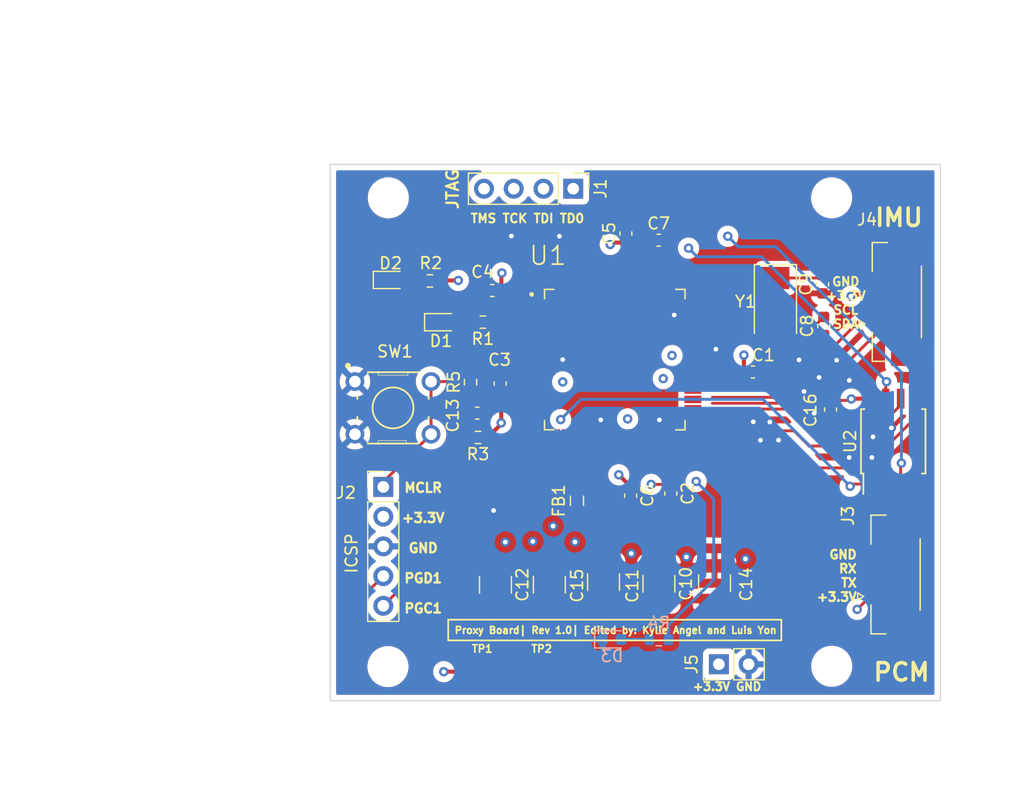
<source format=kicad_pcb>
(kicad_pcb (version 20211014) (generator pcbnew)
  (layers (0 "F.Cu" signal) (1 "In1.Cu" signal) (2 "In2.Cu" signal) (31 "B.Cu" signal) (34 "B.Paste" user) (35 "F.Paste" user) (36 "B.SilkS" user "B.Silkscreen") (37 "F.SilkS" user "F.Silkscreen") (38 "B.Mask" user) (39 "F.Mask" user) (44 "Edge.Cuts" user))
  (net 0 "")
  (net 1 "+3V3")
  (net 2 "GND")
  (net 3 "/PIC24/OSC1")
  (net 4 "/PIC24/OSC2")
  (net 5 "Net-(C7-Pad1)")
  (net 6 "Net-(D1-Pad2)")
  (net 7 "Net-(D2-Pad2)")
  (net 8 "+3.3VA")
  (net 9 "/PIC24/TCK")
  (net 10 "/PIC24/TDI")
  (net 11 "/PIC24/TMS")
  (net 12 "/PIC24/MCLR")
  (net 13 "/PIC24/RC1")
  (net 14 "MEM_CS")
  (net 15 "MEM_SDO")
  (net 16 "MEM_SDI")
  (net 17 "MEM_SCK")
  (net 34 "/PIC24/PGD1")
  (net 35 "/PIC24/PGC1")
  (net 53 "/PIC24/TX_Main")
  (net 54 "IMU_BT_SDA")
  (net 55 "IMU_BT_SCL")
  (net 74 "Net-(C13-Pad1)")
  (net 86 "RD1")
  (net 88 "/PIC24/RX_Main")
  (net 89 "Net-(D3-Pad2)")
  (net 90 "/PIC24/RF5")
  (net 91 "RD2")
  (net 94 "/PIC24/TD0")
  (net 95 "/PIC24/+3.3V")
  (footprint "Capacitor_SMD:C_0603_1608Metric" (layer "F.Cu") (at 134.99 82.69 90)
    (fp_text reference "C3" (at 2.03 -0.05 180) (layer "F.SilkS"))
    (fp_text value "100nF")
    (pad "1" smd roundrect (at -0.775 0 90) (size 0.9 0.95) (layers "F.Cu" "F.Paste" "F.Mask") (net 1 "+3V3"))
    (pad "2" smd roundrect (at 0.775 0 90) (size 0.9 0.95) (layers "F.Cu" "F.Paste" "F.Mask") (net 2 "GND"))
  )
  (footprint "Connector_PinHeader_2.54mm:PinHeader_1x02_P2.54mm_Vertical" (layer "F.Cu") (at 153.67 106.68 90)
    (fp_text reference "J5" (at 0 -2.33 90) (layer "F.SilkS"))
    (fp_text value "Conn_01x02")
    (pad "1" thru_hole rect (at 0 0 90) (size 1.7 1.7) (drill 1) (layers *.Cu *.Mask) (net 95 "/PIC24/+3.3V"))
    (pad "2" thru_hole oval (at 0 2.54 90) (size 1.7 1.7) (drill 1) (layers *.Cu *.Mask) (net 2 "GND"))
  )
  (footprint "MountingHole:MountingHole_2.5mm" (layer "F.Cu") (at 163.3 66.82)
    (fp_text reference "REF**")
    (fp_text value "MountingHole_2.5mm")
    (pad "" np_thru_hole circle (at 0 0) (size 2.5 2.5) (drill 2.5) (layers *.Cu *.Mask))
  )
  (footprint "Capacitor_SMD:C_0603_1608Metric" (layer "F.Cu") (at 146.13 92.27 -90)
    (fp_text reference "C6" (at 0 -1.43 90) (layer "F.SilkS"))
    (fp_text value "100nF")
    (pad "1" smd roundrect (at -0.775 0 270) (size 0.9 0.95) (layers "F.Cu" "F.Paste" "F.Mask") (net 1 "+3V3"))
    (pad "2" smd roundrect (at 0.775 0 270) (size 0.9 0.95) (layers "F.Cu" "F.Paste" "F.Mask") (net 2 "GND"))
  )
  (footprint "Capacitor_SMD:C_0603_1608Metric" (layer "F.Cu") (at 148.53 70.44)
    (fp_text reference "C7" (at 0 -1.43) (layer "F.SilkS"))
    (fp_text value "10uF")
    (pad "1" smd roundrect (at -0.775 0) (size 0.9 0.95) (layers "F.Cu" "F.Paste" "F.Mask") (net 5 "Net-(C7-Pad1)"))
    (pad "2" smd roundrect (at 0.775 0) (size 0.9 0.95) (layers "F.Cu" "F.Paste" "F.Mask") (net 2 "GND"))
  )
  (footprint "Crystal:Crystal_SMD_Abracon_ABM3-2Pin_5.0x3.2mm" (layer "F.Cu") (at 158.5 75.72 -90)
    (fp_text reference "Y1" (at -0.028 2.544) (layer "F.SilkS"))
    (fp_text value "8MHz")
    (pad "1" smd rect (at -2.05 0 270) (size 1.9 2.4) (layers "F.Cu" "F.Paste" "F.Mask") (net 4 "/PIC24/OSC2"))
    (pad "2" smd rect (at 2.05 0 270) (size 1.9 2.4) (layers "F.Cu" "F.Paste" "F.Mask") (net 3 "/PIC24/OSC1"))
  )
  (footprint "Capacitor_SMD:C_0603_1608Metric" (layer "F.Cu") (at 133.04 85.22)
    (fp_text reference "C13" (at -2.1 0.2 90) (layer "F.SilkS"))
    (fp_text value "100nF")
    (pad "1" smd roundrect (at -0.775 0) (size 0.9 0.95) (layers "F.Cu" "F.Paste" "F.Mask") (net 74 "Net-(C13-Pad1)"))
    (pad "2" smd roundrect (at 0.775 0) (size 0.9 0.95) (layers "F.Cu" "F.Paste" "F.Mask") (net 2 "GND"))
  )
  (footprint "Capacitor_SMD:C_0603_1608Metric" (layer "F.Cu") (at 134.32 74.74 180)
    (fp_text reference "C4" (at 0.83 1.59) (layer "F.SilkS"))
    (fp_text value "100nF")
    (pad "1" smd roundrect (at -0.775 0 180) (size 0.9 0.95) (layers "F.Cu" "F.Paste" "F.Mask") (net 1 "+3V3"))
    (pad "2" smd roundrect (at 0.775 0 180) (size 0.9 0.95) (layers "F.Cu" "F.Paste" "F.Mask") (net 2 "GND"))
  )
  (footprint "Diode_SMD:D_0603_1608Metric" (layer "F.Cu") (at 130.0225 77.45)
    (fp_text reference "D1" (at -0.0825 1.6) (layer "F.SilkS"))
    (fp_text value "USB0_LED")
    (pad "1" smd roundrect (at -0.7875 0) (size 0.875 0.95) (layers "F.Cu" "F.Paste" "F.Mask") (net 2 "GND"))
    (pad "2" smd roundrect (at 0.7875 0) (size 0.875 0.95) (layers "F.Cu" "F.Paste" "F.Mask") (net 6 "Net-(D1-Pad2)"))
  )
  (footprint "Resistor_SMD:R_0603_1608Metric" (layer "F.Cu") (at 133.52 77.44 180)
    (fp_text reference "R1" (at 0 -1.43) (layer "F.SilkS"))
    (fp_text value "10k")
    (pad "1" smd roundrect (at -0.825 0 180) (size 0.8 0.95) (layers "F.Cu" "F.Paste" "F.Mask") (net 13 "/PIC24/RC1"))
    (pad "2" smd roundrect (at 0.825 0 180) (size 0.8 0.95) (layers "F.Cu" "F.Paste" "F.Mask") (net 6 "Net-(D1-Pad2)"))
  )
  (footprint "Capacitor_SMD:C_1210_3225Metric" (layer "F.Cu") (at 134.59 99.88 -90)
    (fp_text reference "C12" (at 0 -2.3 -270) (layer "F.SilkS"))
    (fp_text value "220uF")
    (pad "1" smd roundrect (at -1.475 0 270) (size 1.15 2.7) (layers "F.Cu" "F.Paste" "F.Mask") (roundrect_rratio 0.217391) (net 1 "+3V3"))
    (pad "2" smd roundrect (at 1.475 0 270) (size 1.15 2.7) (layers "F.Cu" "F.Paste" "F.Mask") (roundrect_rratio 0.217391) (net 2 "GND"))
  )
  (footprint "Capacitor_SMD:C_1210_3225Metric" (layer "F.Cu") (at 148.55 99.8 -90)
    (fp_text reference "C10" (at 0 -2.3 -270) (layer "F.SilkS"))
    (fp_text value "220uF")
    (pad "1" smd roundrect (at -1.475 0 270) (size 1.15 2.7) (layers "F.Cu" "F.Paste" "F.Mask") (roundrect_rratio 0.217391) (net 1 "+3V3"))
    (pad "2" smd roundrect (at 1.475 0 270) (size 1.15 2.7) (layers "F.Cu" "F.Paste" "F.Mask") (roundrect_rratio 0.217391) (net 2 "GND"))
  )
  (footprint "Capacitor_SMD:C_1210_3225Metric" (layer "F.Cu") (at 143.82 99.66 -90)
    (fp_text reference "C11" (at 0.32 -2.46 90) (layer "F.SilkS"))
    (fp_text value "220uF")
    (pad "1" smd roundrect (at -1.475 0 270) (size 1.15 2.7) (layers "F.Cu" "F.Paste" "F.Mask") (roundrect_rratio 0.217391) (net 1 "+3V3"))
    (pad "2" smd roundrect (at 1.475 0 270) (size 1.15 2.7) (layers "F.Cu" "F.Paste" "F.Mask") (roundrect_rratio 0.217391) (net 2 "GND"))
  )
  (footprint "B3F-1000:SW_B3F-1000" (layer "F.Cu") (at 125.84 84.77)
    (fp_text reference "SW1" (at 0.16 -4.818045) (layer "F.SilkS") (effects (font (size 1.000008 1.000008))))
    (fp_text value "SW_Push_Dual")
    (pad "1" thru_hole circle (at -3.25 -2.25) (size 1.6 1.6) (drill 1) (layers *.Cu *.Mask) (net 2 "GND"))
    (pad "2" thru_hole circle (at 3.25 -2.25) (size 1.6 1.6) (drill 1) (layers *.Cu *.Mask) (net 12 "/PIC24/MCLR"))
    (pad "3" thru_hole circle (at -3.25 2.25) (size 1.6 1.6) (drill 1) (layers *.Cu *.Mask) (net 2 "GND"))
    (pad "4" thru_hole circle (at 3.25 2.25) (size 1.6 1.6) (drill 1) (layers *.Cu *.Mask) (net 12 "/PIC24/MCLR"))
  )
  (footprint "Capacitor_SMD:C_0603_1608Metric" (layer "F.Cu") (at 162.53 74.21 90)
    (fp_text reference "C9" (at 0 -1.43 90) (layer "F.SilkS"))
    (fp_text value "18pF")
    (pad "1" smd roundrect (at -0.775 0 90) (size 0.9 0.95) (layers "F.Cu" "F.Paste" "F.Mask") (net 2 "GND"))
    (pad "2" smd roundrect (at 0.775 0 90) (size 0.9 0.95) (layers "F.Cu" "F.Paste" "F.Mask") (net 4 "/PIC24/OSC2"))
  )
  (footprint "Resistor_SMD:R_0603_1608Metric" (layer "F.Cu") (at 128.99 73.92 180)
    (fp_text reference "R2" (at -0.08 1.52) (layer "F.SilkS"))
    (fp_text value "10k")
    (pad "1" smd roundrect (at -0.825 0 180) (size 0.8 0.95) (layers "F.Cu" "F.Paste" "F.Mask") (net 1 "+3V3"))
    (pad "2" smd roundrect (at 0.825 0 180) (size 0.8 0.95) (layers "F.Cu" "F.Paste" "F.Mask") (net 7 "Net-(D2-Pad2)"))
  )
  (footprint "Capacitor_SMD:C_0603_1608Metric" (layer "F.Cu") (at 149.57 92.09 -90)
    (fp_text reference "C2" (at 0 -1.43 90) (layer "F.SilkS"))
    (fp_text value "100nF")
    (pad "1" smd roundrect (at -0.775 0 270) (size 0.9 0.95) (layers "F.Cu" "F.Paste" "F.Mask") (net 1 "+3V3"))
    (pad "2" smd roundrect (at 0.775 0 270) (size 0.9 0.95) (layers "F.Cu" "F.Paste" "F.Mask") (net 2 "GND"))
  )
  (footprint "MountingHole:MountingHole_2.5mm" (layer "F.Cu") (at 125.41 106.88)
    (fp_text reference "REF**")
    (fp_text value "MountingHole_2.5mm")
    (pad "" np_thru_hole circle (at 0 0) (size 2.5 2.5) (drill 2.5) (layers *.Cu *.Mask))
  )
  (footprint "Capacitor_SMD:C_0603_1608Metric" (layer "F.Cu") (at 163.21 84.91 -90)
    (fp_text reference "C16" (at 0.06 1.72 90) (layer "F.SilkS"))
    (fp_text value "100nF")
    (pad "1" smd roundrect (at -0.775 0 270) (size 0.9 0.95) (layers "F.Cu" "F.Paste" "F.Mask") (net 1 "+3V3"))
    (pad "2" smd roundrect (at 0.775 0 270) (size 0.9 0.95) (layers "F.Cu" "F.Paste" "F.Mask") (net 2 "GND"))
  )
  (footprint "PicoBladeLib:MOLEX_533980471" (layer "F.Cu") (at 168.76 99.01 -90)
    (fp_text reference "J3" (at -5.02 4.07 90) (layer "F.SilkS"))
    (fp_text value "Conn_01x04")
    (pad "1" smd rect locked (at 1.875 1.75 270) (size 0.8 1.3) (layers "F.Cu" "F.Paste") (net 1 "+3V3"))
    (pad "2" smd rect locked (at 0.625 1.75 270) (size 0.8 1.3) (layers "F.Cu" "F.Paste") (net 53 "/PIC24/TX_Main"))
    (pad "3" smd rect locked (at -0.625 1.75 270) (size 0.8 1.3) (layers "F.Cu" "F.Paste") (net 88 "/PIC24/RX_Main"))
    (pad "4" smd rect locked (at -1.875 1.75 270) (size 0.8 1.3) (layers "F.Cu" "F.Paste") (net 2 "GND"))
    (pad "S1" smd rect locked (at -4.425 -1 270) (size 2.1 3) (layers "F.Cu" "F.Paste"))
    (pad "S2" smd rect locked (at 4.425 -1 270) (size 2.1 3) (layers "F.Cu" "F.Paste"))
  )
  (footprint "Connector_PinHeader_2.54mm:PinHeader_1x05_P2.54mm_Vertical" (layer "F.Cu") (at 125.01 91.525)
    (fp_text reference "J2" (at -3.19 0.495) (layer "F.SilkS"))
    (fp_text value "Conn_01x05")
    (pad "1" thru_hole rect (at 0 0) (size 1.7 1.7) (drill 1) (layers *.Cu *.Mask) (net 12 "/PIC24/MCLR"))
    (pad "2" thru_hole oval (at 0 2.54) (size 1.7 1.7) (drill 1) (layers *.Cu *.Mask) (net 1 "+3V3"))
    (pad "3" thru_hole oval (at 0 5.08) (size 1.7 1.7) (drill 1) (layers *.Cu *.Mask) (net 2 "GND"))
    (pad "4" thru_hole oval (at 0 7.62) (size 1.7 1.7) (drill 1) (layers *.Cu *.Mask) (net 34 "/PIC24/PGD1"))
    (pad "5" thru_hole oval (at 0 10.16) (size 1.7 1.7) (drill 1) (layers *.Cu *.Mask) (net 35 "/PIC24/PGC1"))
  )
  (footprint "Capacitor_SMD:C_0603_1608Metric" (layer "F.Cu") (at 156.58 81.7)
    (fp_text reference "C1" (at 0.9 -1.436) (layer "F.SilkS"))
    (fp_text value "100nF")
    (pad "1" smd roundrect (at -0.775 0) (size 0.9 0.95) (layers "F.Cu" "F.Paste" "F.Mask") (net 1 "+3V3"))
    (pad "2" smd roundrect (at 0.775 0) (size 0.9 0.95) (layers "F.Cu" "F.Paste" "F.Mask") (net 2 "GND"))
  )
  (footprint "Capacitor_SMD:C_0603_1608Metric" (layer "F.Cu") (at 145.73 69.87 90)
    (fp_text reference "C5" (at 0 -1.43 90) (layer "F.SilkS"))
    (fp_text value "100nF")
    (pad "1" smd roundrect (at -0.775 0 90) (size 0.9 0.95) (layers "F.Cu" "F.Paste" "F.Mask") (net 1 "+3V3"))
    (pad "2" smd roundrect (at 0.775 0 90) (size 0.9 0.95) (layers "F.Cu" "F.Paste" "F.Mask") (net 2 "GND"))
  )
  (footprint "Connector_PinHeader_2.54mm:PinHeader_1x04_P2.54mm_Vertical" (layer "F.Cu") (at 141.23 66.04 -90)
    (fp_text reference "J1" (at 0 -2.33 90) (layer "F.SilkS"))
    (fp_text value "Conn_01x04")
    (pad "1" thru_hole rect (at 0 0 270) (size 1.7 1.7) (drill 1) (layers *.Cu *.Mask) (net 9 "/PIC24/TCK"))
    (pad "2" thru_hole oval (at 0 2.54 270) (size 1.7 1.7) (drill 1) (layers *.Cu *.Mask) (net 10 "/PIC24/TDI"))
    (pad "3" thru_hole oval (at 0 5.08 270) (size 1.7 1.7) (drill 1) (layers *.Cu *.Mask) (net 94 "/PIC24/TD0"))
    (pad "4" thru_hole oval (at 0 7.62 270) (size 1.7 1.7) (drill 1) (layers *.Cu *.Mask) (net 11 "/PIC24/TMS"))
  )
  (footprint "MountingHole:MountingHole_2.5mm" (layer "F.Cu") (at 163.31 106.85)
    (fp_text reference "REF**")
    (fp_text value "MountingHole_2.5mm")
    (pad "" np_thru_hole circle (at 0 0) (size 2.5 2.5) (drill 2.5) (layers *.Cu *.Mask))
  )
  (footprint "Capacitor_SMD:C_1210_3225Metric" (layer "F.Cu") (at 153.3 99.75 -90)
    (fp_text reference "C14" (at 0.1 -2.7 90) (layer "F.SilkS"))
    (fp_text value "220uF")
    (pad "1" smd roundrect (at -1.475 0 270) (size 1.15 2.7) (layers "F.Cu" "F.Paste" "F.Mask") (roundrect_rratio 0.217391) (net 1 "+3V3"))
    (pad "2" smd roundrect (at 1.475 0 270) (size 1.15 2.7) (layers "F.Cu" "F.Paste" "F.Mask") (roundrect_rratio 0.217391) (net 2 "GND"))
  )
  (footprint "PicoBladeLib:MOLEX_533980471" (layer "F.Cu") (at 168.87 75.715 -90)
    (fp_text reference "J4" (at -7.035 2.55 180) (layer "F.SilkS"))
    (fp_text value "Conn_01x04")
    (pad "1" smd rect locked (at 1.875 1.75 270) (size 0.8 1.3) (layers "F.Cu" "F.Paste") (net 54 "IMU_BT_SDA"))
    (pad "2" smd rect locked (at 0.625 1.75 270) (size 0.8 1.3) (layers "F.Cu" "F.Paste") (net 55 "IMU_BT_SCL"))
    (pad "3" smd rect locked (at -0.625 1.75 270) (size 0.8 1.3) (layers "F.Cu" "F.Paste") (net 1 "+3V3"))
    (pad "4" smd rect locked (at -1.875 1.75 270) (size 0.8 1.3) (layers "F.Cu" "F.Paste") (net 2 "GND"))
    (pad "S1" smd rect locked (at -4.425 -1 270) (size 2.1 3) (layers "F.Cu" "F.Paste"))
    (pad "S2" smd rect locked (at 4.425 -1 270) (size 2.1 3) (layers "F.Cu" "F.Paste"))
  )
  (footprint "Capacitor_SMD:C_0603_1608Metric" (layer "F.Cu") (at 162.63 77.77 90)
    (fp_text reference "C8" (at 0 -1.43 90) (layer "F.SilkS"))
    (fp_text value "18pF")
    (pad "1" smd roundrect (at -0.775 0 90) (size 0.9 0.95) (layers "F.Cu" "F.Paste" "F.Mask") (net 2 "GND"))
    (pad "2" smd roundrect (at 0.775 0 90) (size 0.9 0.95) (layers "F.Cu" "F.Paste" "F.Mask") (net 3 "/PIC24/OSC1"))
  )
  (footprint "5017_Testpoints:TESTPOINT_5017" (layer "F.Cu") (at 138.43 107.315)
    (fp_text reference "TP2" (at 0.10476 -1.95657) (layer "F.SilkS") (effects (font (size 0.64 0.64))))
    (fp_text value "TestPoint_Flag")
    (pad "1" smd rect locked (at 0 0) (size 3.43 1.78) (layers "F.Cu" "F.Paste" "F.Mask") (net 2 "GND"))
  )
  (footprint "Resistor_SMD:R_0603_1608Metric" (layer "F.Cu") (at 132.46 82.57 90)
    (fp_text reference "R5" (at 0 -1.43 90) (layer "F.SilkS"))
    (fp_text value "470")
    (pad "1" smd roundrect (at -0.825 0 90) (size 0.8 0.95) (layers "F.Cu" "F.Paste" "F.Mask") (net 74 "Net-(C13-Pad1)"))
    (pad "2" smd roundrect (at 0.825 0 90) (size 0.8 0.95) (layers "F.Cu" "F.Paste" "F.Mask") (net 12 "/PIC24/MCLR"))
  )
  (footprint "MountingHole:MountingHole_2.5mm" (layer "F.Cu") (at 125.44 66.82)
    (fp_text reference "REF**")
    (fp_text value "MountingHole_2.5mm")
    (pad "" np_thru_hole circle (at 0 0) (size 2.5 2.5) (drill 2.5) (layers *.Cu *.Mask))
  )
  (footprint "5017_Testpoints:TESTPOINT_5017" (layer "F.Cu") (at 133.35 107.315)
    (fp_text reference "TP1" (at 0.10476 -1.95657) (layer "F.SilkS") (effects (font (size 0.64 0.64))))
    (fp_text value "TestPoint_Flag")
    (pad "1" smd rect locked (at 0 0) (size 3.43 1.78) (layers "F.Cu" "F.Paste" "F.Mask") (net 1 "+3V3"))
  )
  (footprint "Inductor_SMD:L_0805_2012Metric" (layer "F.Cu") (at 141.55 92.71 90)
    (fp_text reference "FB1" (at 0 -1.55 90) (layer "F.SilkS"))
    (fp_text value "Ferrite_Bead_Small")
    (pad "1" smd roundrect (at -1.0625 0 90) (size 0.875 1.2) (layers "F.Cu" "F.Paste" "F.Mask") (net 1 "+3V3"))
    (pad "2" smd roundrect (at 1.0625 0 90) (size 0.875 1.2) (layers "F.Cu" "F.Paste" "F.Mask") (net 8 "+3.3VA"))
  )
  (footprint "PIC24FJ128GA010-I_PT:QFP40P1400X1400X120-100N" (layer "F.Cu") (at 144.78 80.645)
    (fp_text reference "U1" (at -5.715 -8.89) (layer "F.SilkS") (effects (font (size 1.592945 1.592945))))
    (fp_text value "PIC24FJ128GA010")
    (pad "1" smd roundrect locked (at -6.67 -4.8 90) (size 0.24 1.47) (layers "F.Cu" "F.Paste" "F.Mask") (roundrect_rratio 0.29))
    (pad "2" smd roundrect locked (at -6.67 -4.4 90) (size 0.24 1.47) (layers "F.Cu" "F.Paste" "F.Mask") (roundrect_rratio 0.29) (net 1 "+3V3"))
    (pad "3" smd roundrect locked (at -6.67 -4 90) (size 0.24 1.47) (layers "F.Cu" "F.Paste" "F.Mask") (roundrect_rratio 0.29))
    (pad "4" smd roundrect locked (at -6.67 -3.6 90) (size 0.24 1.47) (layers "F.Cu" "F.Paste" "F.Mask") (roundrect_rratio 0.29))
    (pad "5" smd roundrect locked (at -6.67 -3.2 90) (size 0.24 1.47) (layers "F.Cu" "F.Paste" "F.Mask") (roundrect_rratio 0.29))
    (pad "6" smd roundrect locked (at -6.67 -2.8 90) (size 0.24 1.47) (layers "F.Cu" "F.Paste" "F.Mask") (roundrect_rratio 0.29) (net 13 "/PIC24/RC1"))
    (pad "7" smd roundrect locked (at -6.67 -2.4 90) (size 0.24 1.47) (layers "F.Cu" "F.Paste" "F.Mask") (roundrect_rratio 0.29))
    (pad "8" smd roundrect locked (at -6.67 -2 90) (size 0.24 1.47) (layers "F.Cu" "F.Paste" "F.Mask") (roundrect_rratio 0.29))
    (pad "9" smd roundrect locked (at -6.67 -1.6 90) (size 0.24 1.47) (layers "F.Cu" "F.Paste" "F.Mask") (roundrect_rratio 0.29))
    (pad "10" smd roundrect locked (at -6.67 -1.2 90) (size 0.24 1.47) (layers "F.Cu" "F.Paste" "F.Mask") (roundrect_rratio 0.29))
    (pad "11" smd roundrect locked (at -6.67 -0.8 90) (size 0.24 1.47) (layers "F.Cu" "F.Paste" "F.Mask") (roundrect_rratio 0.29))
    (pad "12" smd roundrect locked (at -6.67 -0.4 90) (size 0.24 1.47) (layers "F.Cu" "F.Paste" "F.Mask") (roundrect_rratio 0.29))
    (pad "13" smd roundrect locked (at -6.67 0 90) (size 0.24 1.47) (layers "F.Cu" "F.Paste" "F.Mask") (roundrect_rratio 0.29) (net 12 "/PIC24/MCLR"))
    (pad "14" smd roundrect locked (at -6.67 0.4 90) (size 0.24 1.47) (layers "F.Cu" "F.Paste" "F.Mask") (roundrect_rratio 0.29))
    (pad "15" smd roundrect locked (at -6.67 0.8 90) (size 0.24 1.47) (layers "F.Cu" "F.Paste" "F.Mask") (roundrect_rratio 0.29) (net 2 "GND"))
    (pad "16" smd roundrect locked (at -6.67 1.2 90) (size 0.24 1.47) (layers "F.Cu" "F.Paste" "F.Mask") (roundrect_rratio 0.29) (net 1 "+3V3"))
    (pad "17" smd roundrect locked (at -6.67 1.6 90) (size 0.24 1.47) (layers "F.Cu" "F.Paste" "F.Mask") (roundrect_rratio 0.29) (net 11 "/PIC24/TMS"))
    (pad "18" smd roundrect locked (at -6.67 2 90) (size 0.24 1.47) (layers "F.Cu" "F.Paste" "F.Mask") (roundrect_rratio 0.29))
    (pad "19" smd roundrect locked (at -6.67 2.4 90) (size 0.24 1.47) (layers "F.Cu" "F.Paste" "F.Mask") (roundrect_rratio 0.29))
    (pad "20" smd roundrect locked (at -6.67 2.8 90) (size 0.24 1.47) (layers "F.Cu" "F.Paste" "F.Mask") (roundrect_rratio 0.29))
    (pad "21" smd roundrect locked (at -6.67 3.2 90) (size 0.24 1.47) (layers "F.Cu" "F.Paste" "F.Mask") (roundrect_rratio 0.29))
    (pad "22" smd roundrect locked (at -6.67 3.6 90) (size 0.24 1.47) (layers "F.Cu" "F.Paste" "F.Mask") (roundrect_rratio 0.29))
    (pad "23" smd roundrect locked (at -6.67 4 90) (size 0.24 1.47) (layers "F.Cu" "F.Paste" "F.Mask") (roundrect_rratio 0.29) (net 14 "MEM_CS"))
    (pad "24" smd roundrect locked (at -6.67 4.4 90) (size 0.24 1.47) (layers "F.Cu" "F.Paste" "F.Mask") (roundrect_rratio 0.29) (net 35 "/PIC24/PGC1"))
    (pad "25" smd roundrect locked (at -6.67 4.8 90) (size 0.24 1.47) (layers "F.Cu" "F.Paste" "F.Mask") (roundrect_rratio 0.29) (net 34 "/PIC24/PGD1"))
    (pad "26" smd roundrect locked (at -4.8 6.67 180) (size 0.24 1.47) (layers "F.Cu" "F.Paste" "F.Mask") (roundrect_rratio 0.29))
    (pad "27" smd roundrect locked (at -4.4 6.67 180) (size 0.24 1.47) (layers "F.Cu" "F.Paste" "F.Mask") (roundrect_rratio 0.29))
    (pad "28" smd roundrect locked (at -4 6.67 180) (size 0.24 1.47) (layers "F.Cu" "F.Paste" "F.Mask") (roundrect_rratio 0.29))
    (pad "29" smd roundrect locked (at -3.6 6.67 180) (size 0.24 1.47) (layers "F.Cu" "F.Paste" "F.Mask") (roundrect_rratio 0.29))
    (pad "30" smd roundrect locked (at -3.2 6.67 180) (size 0.24 1.47) (layers "F.Cu" "F.Paste" "F.Mask") (roundrect_rratio 0.29) (net 8 "+3.3VA"))
    (pad "31" smd roundrect locked (at -2.8 6.67 180) (size 0.24 1.47) (layers "F.Cu" "F.Paste" "F.Mask") (roundrect_rratio 0.29) (net 2 "GND"))
    (pad "32" smd roundrect locked (at -2.4 6.67 180) (size 0.24 1.47) (layers "F.Cu" "F.Paste" "F.Mask") (roundrect_rratio 0.29))
    (pad "33" smd roundrect locked (at -2 6.67 180) (size 0.24 1.47) (layers "F.Cu" "F.Paste" "F.Mask") (roundrect_rratio 0.29))
    (pad "34" smd roundrect locked (at -1.6 6.67 180) (size 0.24 1.47) (layers "F.Cu" "F.Paste" "F.Mask") (roundrect_rratio 0.29))
    (pad "35" smd roundrect locked (at -1.2 6.67 180) (size 0.24 1.47) (layers "F.Cu" "F.Paste" "F.Mask") (roundrect_rratio 0.29))
    (pad "36" smd roundrect locked (at -0.8 6.67 180) (size 0.24 1.47) (layers "F.Cu" "F.Paste" "F.Mask") (roundrect_rratio 0.29) (net 2 "GND"))
    (pad "37" smd roundrect locked (at -0.4 6.67 180) (size 0.24 1.47) (layers "F.Cu" "F.Paste" "F.Mask") (roundrect_rratio 0.29) (net 1 "+3V3"))
    (pad "38" smd roundrect locked (at 0 6.67 180) (size 0.24 1.47) (layers "F.Cu" "F.Paste" "F.Mask") (roundrect_rratio 0.29) (net 9 "/PIC24/TCK"))
    (pad "39" smd roundrect locked (at 0.4 6.67 180) (size 0.24 1.47) (layers "F.Cu" "F.Paste" "F.Mask") (roundrect_rratio 0.29))
    (pad "40" smd roundrect locked (at 0.8 6.67 180) (size 0.24 1.47) (layers "F.Cu" "F.Paste" "F.Mask") (roundrect_rratio 0.29))
    (pad "41" smd roundrect locked (at 1.2 6.67 180) (size 0.24 1.47) (layers "F.Cu" "F.Paste" "F.Mask") (roundrect_rratio 0.29))
    (pad "42" smd roundrect locked (at 1.6 6.67 180) (size 0.24 1.47) (layers "F.Cu" "F.Paste" "F.Mask") (roundrect_rratio 0.29))
    (pad "43" smd roundrect locked (at 2 6.67 180) (size 0.24 1.47) (layers "F.Cu" "F.Paste" "F.Mask") (roundrect_rratio 0.29))
    (pad "44" smd roundrect locked (at 2.4 6.67 180) (size 0.24 1.47) (layers "F.Cu" "F.Paste" "F.Mask") (roundrect_rratio 0.29))
    (pad "45" smd roundrect locked (at 2.8 6.67 180) (size 0.24 1.47) (layers "F.Cu" "F.Paste" "F.Mask") (roundrect_rratio 0.29) (net 2 "GND"))
    (pad "46" smd roundrect locked (at 3.2 6.67 180) (size 0.24 1.47) (layers "F.Cu" "F.Paste" "F.Mask") (roundrect_rratio 0.29) (net 1 "+3V3"))
    (pad "47" smd roundrect locked (at 3.6 6.67 180) (size 0.24 1.47) (layers "F.Cu" "F.Paste" "F.Mask") (roundrect_rratio 0.29))
    (pad "48" smd roundrect locked (at 4 6.67 180) (size 0.24 1.47) (layers "F.Cu" "F.Paste" "F.Mask") (roundrect_rratio 0.29))
    (pad "49" smd roundrect locked (at 4.4 6.67 180) (size 0.24 1.47) (layers "F.Cu" "F.Paste" "F.Mask") (roundrect_rratio 0.29))
    (pad "50" smd roundrect locked (at 4.8 6.67 180) (size 0.24 1.47) (layers "F.Cu" "F.Paste" "F.Mask") (roundrect_rratio 0.29) (net 90 "/PIC24/RF5"))
    (pad "51" smd roundrect locked (at 6.67 4.8 270) (size 0.24 1.47) (layers "F.Cu" "F.Paste" "F.Mask") (roundrect_rratio 0.29) (net 53 "/PIC24/TX_Main"))
    (pad "52" smd roundrect locked (at 6.67 4.4 270) (size 0.24 1.47) (layers "F.Cu" "F.Paste" "F.Mask") (roundrect_rratio 0.29) (net 88 "/PIC24/RX_Main"))
    (pad "53" smd roundrect locked (at 6.67 4 270) (size 0.24 1.47) (layers "F.Cu" "F.Paste" "F.Mask") (roundrect_rratio 0.29) (net 15 "MEM_SDO"))
    (pad "54" smd roundrect locked (at 6.67 3.6 270) (size 0.24 1.47) (layers "F.Cu" "F.Paste" "F.Mask") (roundrect_rratio 0.29) (net 16 "MEM_SDI"))
    (pad "55" smd roundrect locked (at 6.67 3.2 270) (size 0.24 1.47) (layers "F.Cu" "F.Paste" "F.Mask") (roundrect_rratio 0.29) (net 17 "MEM_SCK"))
    (pad "56" smd roundrect locked (at 6.67 2.8 270) (size 0.24 1.47) (layers "F.Cu" "F.Paste" "F.Mask") (roundrect_rratio 0.29) (net 54 "IMU_BT_SDA"))
    (pad "57" smd roundrect locked (at 6.67 2.4 270) (size 0.24 1.47) (layers "F.Cu" "F.Paste" "F.Mask") (roundrect_rratio 0.29) (net 55 "IMU_BT_SCL"))
    (pad "58" smd roundrect locked (at 6.67 2 270) (size 0.24 1.47) (layers "F.Cu" "F.Paste" "F.Mask") (roundrect_rratio 0.29))
    (pad "59" smd roundrect locked (at 6.67 1.6 270) (size 0.24 1.47) (layers "F.Cu" "F.Paste" "F.Mask") (roundrect_rratio 0.29))
    (pad "60" smd roundrect locked (at 6.67 1.2 270) (size 0.24 1.47) (layers "F.Cu" "F.Paste" "F.Mask") (roundrect_rratio 0.29) (net 10 "/PIC24/TDI"))
    (pad "61" smd roundrect locked (at 6.67 0.8 270) (size 0.24 1.47) (layers "F.Cu" "F.Paste" "F.Mask") (roundrect_rratio 0.29) (net 94 "/PIC24/TD0"))
    (pad "62" smd roundrect locked (at 6.67 0.4 270) (size 0.24 1.47) (layers "F.Cu" "F.Paste" "F.Mask") (roundrect_rratio 0.29) (net 1 "+3V3"))
    (pad "63" smd roundrect locked (at 6.67 0 270) (size 0.24 1.47) (layers "F.Cu" "F.Paste" "F.Mask") (roundrect_rratio 0.29) (net 3 "/PIC24/OSC1"))
    (pad "64" smd roundrect locked (at 6.67 -0.4 270) (size 0.24 1.47) (layers "F.Cu" "F.Paste" "F.Mask") (roundrect_rratio 0.29) (net 4 "/PIC24/OSC2"))
    (pad "65" smd roundrect locked (at 6.67 -0.8 270) (size 0.24 1.47) (layers "F.Cu" "F.Paste" "F.Mask") (roundrect_rratio 0.29) (net 2 "GND"))
    (pad "66" smd roundrect locked (at 6.67 -1.2 270) (size 0.24 1.47) (layers "F.Cu" "F.Paste" "F.Mask") (roundrect_rratio 0.29))
    (pad "67" smd roundrect locked (at 6.67 -1.6 270) (size 0.24 1.47) (layers "F.Cu" "F.Paste" "F.Mask") (roundrect_rratio 0.29))
    (pad "68" smd roundrect locked (at 6.67 -2 270) (size 0.24 1.47) (layers "F.Cu" "F.Paste" "F.Mask") (roundrect_rratio 0.29))
    (pad "69" smd roundrect locked (at 6.67 -2.4 270) (size 0.24 1.47) (layers "F.Cu" "F.Paste" "F.Mask") (roundrect_rratio 0.29))
    (pad "70" smd roundrect locked (at 6.67 -2.8 270) (size 0.24 1.47) (layers "F.Cu" "F.Paste" "F.Mask") (roundrect_rratio 0.29))
    (pad "71" smd roundrect locked (at 6.67 -3.2 270) (size 0.24 1.47) (layers "F.Cu" "F.Paste" "F.Mask") (roundrect_rratio 0.29))
    (pad "72" smd roundrect locked (at 6.67 -3.6 270) (size 0.24 1.47) (layers "F.Cu" "F.Paste" "F.Mask") (roundrect_rratio 0.29))
    (pad "73" smd roundrect locked (at 6.67 -4 270) (size 0.24 1.47) (layers "F.Cu" "F.Paste" "F.Mask") (roundrect_rratio 0.29))
    (pad "74" smd roundrect locked (at 6.67 -4.4 270) (size 0.24 1.47) (layers "F.Cu" "F.Paste" "F.Mask") (roundrect_rratio 0.29))
    (pad "75" smd roundrect locked (at 6.67 -4.8 270) (size 0.24 1.47) (layers "F.Cu" "F.Paste" "F.Mask") (roundrect_rratio 0.29) (net 2 "GND"))
    (pad "76" smd roundrect locked (at 4.8 -6.67) (size 0.24 1.47) (layers "F.Cu" "F.Paste" "F.Mask") (roundrect_rratio 0.29) (net 86 "RD1"))
    (pad "77" smd roundrect locked (at 4.4 -6.67) (size 0.24 1.47) (layers "F.Cu" "F.Paste" "F.Mask") (roundrect_rratio 0.29) (net 91 "RD2"))
    (pad "78" smd roundrect locked (at 4 -6.67) (size 0.24 1.47) (layers "F.Cu" "F.Paste" "F.Mask") (roundrect_rratio 0.29))
    (pad "79" smd roundrect locked (at 3.6 -6.67) (size 0.24 1.47) (layers "F.Cu" "F.Paste" "F.Mask") (roundrect_rratio 0.29))
    (pad "80" smd roundrect locked (at 3.2 -6.67) (size 0.24 1.47) (layers "F.Cu" "F.Paste" "F.Mask") (roundrect_rratio 0.29))
    (pad "81" smd roundrect locked (at 2.8 -6.67) (size 0.24 1.47) (layers "F.Cu" "F.Paste" "F.Mask") (roundrect_rratio 0.29))
    (pad "82" smd roundrect locked (at 2.4 -6.67) (size 0.24 1.47) (layers "F.Cu" "F.Paste" "F.Mask") (roundrect_rratio 0.29))
    (pad "83" smd roundrect locked (at 2 -6.67) (size 0.24 1.47) (layers "F.Cu" "F.Paste" "F.Mask") (roundrect_rratio 0.29))
    (pad "84" smd roundrect locked (at 1.6 -6.67) (size 0.24 1.47) (layers "F.Cu" "F.Paste" "F.Mask") (roundrect_rratio 0.29))
    (pad "85" smd roundrect locked (at 1.2 -6.67) (size 0.24 1.47) (layers "F.Cu" "F.Paste" "F.Mask") (roundrect_rratio 0.29) (net 5 "Net-(C7-Pad1)"))
    (pad "86" smd roundrect locked (at 0.8 -6.67) (size 0.24 1.47) (layers "F.Cu" "F.Paste" "F.Mask") (roundrect_rratio 0.29) (net 1 "+3V3"))
    (pad "87" smd roundrect locked (at 0.4 -6.67) (size 0.24 1.47) (layers "F.Cu" "F.Paste" "F.Mask") (roundrect_rratio 0.29))
    (pad "88" smd roundrect locked (at 0 -6.67) (size 0.24 1.47) (layers "F.Cu" "F.Paste" "F.Mask") (roundrect_rratio 0.29))
    (pad "89" smd roundrect locked (at -0.4 -6.67) (size 0.24 1.47) (layers "F.Cu" "F.Paste" "F.Mask") (roundrect_rratio 0.29))
    (pad "90" smd roundrect locked (at -0.8 -6.67) (size 0.24 1.47) (layers "F.Cu" "F.Paste" "F.Mask") (roundrect_rratio 0.29))
    (pad "91" smd roundrect locked (at -1.2 -6.67) (size 0.24 1.47) (layers "F.Cu" "F.Paste" "F.Mask") (roundrect_rratio 0.29))
    (pad "92" smd roundrect locked (at -1.6 -6.67) (size 0.24 1.47) (layers "F.Cu" "F.Paste" "F.Mask") (roundrect_rratio 0.29))
    (pad "93" smd roundrect locked (at -2 -6.67) (size 0.24 1.47) (layers "F.Cu" "F.Paste" "F.Mask") (roundrect_rratio 0.29))
    (pad "94" smd roundrect locked (at -2.4 -6.67) (size 0.24 1.47) (layers "F.Cu" "F.Paste" "F.Mask") (roundrect_rratio 0.29))
    (pad "95" smd roundrect locked (at -2.8 -6.67) (size 0.24 1.47) (layers "F.Cu" "F.Paste" "F.Mask") (roundrect_rratio 0.29))
    (pad "96" smd roundrect locked (at -3.2 -6.67) (size 0.24 1.47) (layers "F.Cu" "F.Paste" "F.Mask") (roundrect_rratio 0.29))
    (pad "97" smd roundrect locked (at -3.6 -6.67) (size 0.24 1.47) (layers "F.Cu" "F.Paste" "F.Mask") (roundrect_rratio 0.29))
    (pad "98" smd roundrect locked (at -4 -6.67) (size 0.24 1.47) (layers "F.Cu" "F.Paste" "F.Mask") (roundrect_rratio 0.29))
    (pad "99" smd roundrect locked (at -4.4 -6.67) (size 0.24 1.47) (layers "F.Cu" "F.Paste" "F.Mask") (roundrect_rratio 0.29))
    (pad "100" smd roundrect locked (at -4.8 -6.67) (size 0.24 1.47) (layers "F.Cu" "F.Paste" "F.Mask") (roundrect_rratio 0.29))
  )
  (footprint "Package_SO:SOIC-8W_5.3x5.3mm_P1.27mm" (layer "F.Cu") (at 168.56 87.63 90)
    (fp_text reference "U2" (at 0 -3.68 90) (layer "F.SilkS"))
    (fp_text value "SST26VF040AT-104I/SN")
    (pad "1" smd rect (at -3.65 -1.905 90) (size 1.7 0.65) (layers "F.Cu" "F.Paste" "F.Mask") (net 14 "MEM_CS"))
    (pad "2" smd rect (at -3.65 -0.635 90) (size 1.7 0.65) (layers "F.Cu" "F.Paste" "F.Mask") (net 15 "MEM_SDO"))
    (pad "3" smd rect (at -3.65 0.635 90) (size 1.7 0.65) (layers "F.Cu" "F.Paste" "F.Mask") (net 86 "RD1"))
    (pad "4" smd rect (at -3.65 1.905 90) (size 1.7 0.65) (layers "F.Cu" "F.Paste" "F.Mask") (net 2 "GND"))
    (pad "5" smd rect (at 3.65 1.905 90) (size 1.7 0.65) (layers "F.Cu" "F.Paste" "F.Mask") (net 16 "MEM_SDI"))
    (pad "6" smd rect (at 3.65 0.635 90) (size 1.7 0.65) (layers "F.Cu" "F.Paste" "F.Mask") (net 17 "MEM_SCK"))
    (pad "7" smd rect (at 3.65 -0.635 90) (size 1.7 0.65) (layers "F.Cu" "F.Paste" "F.Mask") (net 91 "RD2"))
    (pad "8" smd rect (at 3.65 -1.905 90) (size 1.7 0.65) (layers "F.Cu" "F.Paste" "F.Mask") (net 1 "+3V3"))
  )
  (footprint "Diode_SMD:D_0603_1608Metric" (layer "F.Cu") (at 125.64 73.84)
    (fp_text reference "D2" (at 0 -1.43) (layer "F.SilkS"))
    (fp_text value "USB0_LED")
    (pad "1" smd roundrect (at -0.7875 0) (size 0.875 0.95) (layers "F.Cu" "F.Paste" "F.Mask") (net 2 "GND"))
    (pad "2" smd roundrect (at 0.7875 0) (size 0.875 0.95) (layers "F.Cu" "F.Paste" "F.Mask") (net 7 "Net-(D2-Pad2)"))
  )
  (footprint "Capacitor_SMD:C_1210_3225Metric" (layer "F.Cu") (at 139.19 99.88 -90)
    (fp_text reference "C15" (at 0.08 -2.37 -270) (layer "F.SilkS"))
    (fp_text value "220uF")
    (pad "1" smd roundrect (at -1.475 0 270) (size 1.15 2.7) (layers "F.Cu" "F.Paste" "F.Mask") (roundrect_rratio 0.217391) (net 1 "+3V3"))
    (pad "2" smd roundrect (at 1.475 0 270) (size 1.15 2.7) (layers "F.Cu" "F.Paste" "F.Mask") (roundrect_rratio 0.217391) (net 2 "GND"))
  )
  (footprint "Resistor_SMD:R_0603_1608Metric" (layer "F.Cu") (at 133.1 87.3 180)
    (fp_text reference "R3" (at 0 -1.43) (layer "F.SilkS"))
    (fp_text value "10k")
    (pad "1" smd roundrect (at -0.825 0 180) (size 0.8 0.95) (layers "F.Cu" "F.Paste" "F.Mask") (net 1 "+3V3"))
    (pad "2" smd roundrect (at 0.825 0 180) (size 0.8 0.95) (layers "F.Cu" "F.Paste" "F.Mask") (net 74 "Net-(C13-Pad1)"))
  )
  (footprint "Diode_SMD:D_0603_1608Metric" (layer "B.Cu") (at 144.54 104.55)
    (fp_text reference "D3" (at 0 1.43) (layer "B.SilkS") (effects (justify mirror)))
    (fp_text value "FlashLED")
    (pad "1" smd roundrect locked (at -0.7875 0) (size 0.875 0.95) (layers "B.Cu" "B.Paste" "B.Mask") (net 2 "GND"))
    (pad "2" smd roundrect locked (at 0.7875 0) (size 0.875 0.95) (layers "B.Cu" "B.Paste" "B.Mask") (net 89 "Net-(D3-Pad2)"))
  )
  (footprint "Resistor_SMD:R_0603_1608Metric" (layer "B.Cu") (at 148.54 104.58 180)
    (fp_text reference "R4" (at 0 1.43) (layer "B.SilkS") (effects (justify mirror)))
    (fp_text value "10k")
    (pad "1" smd roundrect locked (at -0.825 0 180) (size 0.8 0.95) (layers "B.Cu" "B.Paste" "B.Mask") (net 90 "/PIC24/RF5"))
    (pad "2" smd roundrect locked (at 0.825 0 180) (size 0.8 0.95) (layers "B.Cu" "B.Paste" "B.Mask") (net 89 "Net-(D3-Pad2)"))
  )
  (gr_rect (start 130.555 102.87) (end 159.005 104.64) (layer "F.SilkS") (width 0.15) (fill none))
  (gr_rect (start 120.48 63.96) (end 172.59 109.79) (layer "Edge.Cuts") (width 0.1) (fill none))
  (gr_text "GND" (at 156.21 108.585) (layer "F.SilkS") (effects (font (size 0.7 0.7) (thickness 0.175))))
  (gr_text "ICSP" (at 122.3 97.2 90) (layer "F.SilkS") (effects (font (size 1 1))))
  (gr_text "MCLR\n\n+3.3V\n\nGND\n\nPGD1\n\nPGC1" (at 128.42 96.75) (layer "F.SilkS") (effects (font (size 0.8 0.8) (thickness 0.2))))
  (gr_text "+3.3V" (at 153.035 108.585) (layer "F.SilkS") (effects (font (size 0.7 0.7) (thickness 0.175))))
  (gr_text "TMS TCK TDI TD0" (at 137.32 68.58) (layer "F.SilkS") (effects (font (size 0.75 0.75) (thickness 0.175))))
  (gr_text "GND\n+3.3V\nSCL\nSDA" (at 164.51 75.8) (layer "F.SilkS") (effects (font (size 0.75 0.75) (thickness 0.175))))
  (gr_text "PCM" (at 169.27 107.36) (layer "F.SilkS") (effects (font (size 1.5 1.5) (thickness 0.3))))
  (gr_text "IMU" (at 169.05 68.5) (layer "F.SilkS") (effects (font (size 1.5 1.5) (thickness 0.3))))
  (gr_text "GND\nRX\nTX\n+3.3V" (at 165.54 99.12) (layer "F.SilkS") (effects (font (size 0.75 0.75) (thickness 0.1875)) (justify right)))
  (gr_text "Proxy Board| Rev 1.0| Edited by: Kylie Angel and Luis Yon" (at 144.855 103.77) (layer "F.SilkS") (effects (font (size 0.6 0.6))))
  (gr_text "JTAG" (at 130.93 66.08 90) (layer "F.SilkS") (effects (font (size 1 1) (thickness 0.2))))
  (segment (start 144.555 70.645) (end 144.39 70.81) (width 0.25) (layer "F.Cu") (net 1))
  (segment (start 147.89 91.31) (end 149.565 91.31) (width 0.25) (layer "F.Cu") (net 1))
  (segment (start 135.08 86.145) (end 133.925 87.3) (width 0.35) (layer "F.Cu") (net 1))
  (segment (start 129.855 73.88) (end 129.815 73.92) (width 0.25) (layer "F.Cu") (net 1))
  (segment (start 149.57 91.315) (end 149.52 91.265) (width 0.25) (layer "F.Cu") (net 1))
  (segment (start 135.08 86.05) (end 135.08 83.555) (width 0.35) (layer "F.Cu") (net 1))
  (segment (start 133.35 107.315) (end 130.175 107.315) (width 0.35) (layer "F.Cu") (net 1))
  (segment (start 166.585 100.885) (end 167.01 100.885) (width 0.25) (layer "F.Cu") (net 1))
  (segment (start 149.565 91.31) (end 149.57 91.315) (width 0.25) (layer "F.Cu") (net 1))
  (segment (start 155.474999 81.369999) (end 155.805 81.7) (width 0.25) (layer "F.Cu") (net 1))
  (segment (start 165.48 101.99) (end 166.585 100.885) (width 0.25) (layer "F.Cu") (net 1))
  (segment (start 164.855 84.135) (end 164.98 84.01) (width 0.25) (layer "F.Cu") (net 1))
  (segment (start 145.1225 90.4875) (end 145.020001 90.385001) (width 0.25) (layer "F.Cu") (net 1))
  (segment (start 155.81 81.705) (end 155.805 81.7) (width 0.25) (layer "F.Cu") (net 1))
  (segment (start 165.01 83.98) (end 164.98 84.01) (width 0.25) (layer "F.Cu") (net 1))
  (segment (start 165.09 75.09) (end 164.95 75.23) (width 0.25) (layer "F.Cu") (net 1))
  (segment (start 135.08 86.05) (end 135.08 86.145) (width 0.25) (layer "F.Cu") (net 1))
  (segment (start 135.08 83.555) (end 134.99 83.465) (width 0.25) (layer "F.Cu") (net 1))
  (segment (start 146.13 91.495) (end 145.1225 90.4875) (width 0.35) (layer "F.Cu") (net 1))
  (segment (start 163.21 84.135) (end 164.855 84.135) (width 0.25) (layer "F.Cu") (net 1))
  (segment (start 135.095 73.285) (end 135.14 73.24) (width 0.25) (layer "F.Cu") (net 1))
  (segment (start 131.42 73.88) (end 129.855 73.88) (width 0.35) (layer "F.Cu") (net 1))
  (segment (start 155.81 80.264) (end 155.81 81.705) (width 0.35) (layer "F.Cu") (net 1))
  (segment (start 135.095 74.74) (end 135.095 73.285) (width 0.35) (layer "F.Cu") (net 1))
  (segment (start 167.12 75.09) (end 165.09 75.09) (width 0.35) (layer "F.Cu") (net 1))
  (segment (start 166.655 83.98) (end 165.01 83.98) (width 0.35) (layer "F.Cu") (net 1))
  (segment (start 145.73 70.645) (end 144.555 70.645) (width 0.35) (layer "F.Cu") (net 1))
  (via (at 139.51 94.87) (size 0.8) (drill 0.4) (layers "F.Cu" "B.Cu") (net 1))
  (via (at 147.89 91.31) (size 0.8) (drill 0.4) (layers "F.Cu" "B.Cu") (net 1))
  (via (at 135.08 86.05) (size 0.8) (drill 0.4) (layers "F.Cu" "B.Cu") (net 1))
  (via (at 155.81 80.264) (size 0.8) (drill 0.4) (layers "F.Cu" "B.Cu") (net 1))
  (via (at 137.78 96.18) (size 0.8) (drill 0.4) (layers "F.Cu" "B.Cu") (net 1))
  (via (at 130.175 107.315) (size 0.8) (drill 0.4) (layers "F.Cu" "B.Cu") (net 1))
  (via (at 144.39 70.81) (size 0.8) (drill 0.4) (layers "F.Cu" "B.Cu") (net 1))
  (via (at 145.1225 90.4875) (size 0.8) (drill 0.4) (layers "F.Cu" "B.Cu") (net 1))
  (via (at 146.19 97.21) (size 0.8) (drill 0.4) (layers "F.Cu" "B.Cu") (net 1))
  (via (at 135.43 96.24) (size 0.8) (drill 0.4) (layers "F.Cu" "B.Cu") (net 1))
  (via (at 165.48 101.99) (size 0.8) (drill 0.4) (layers "F.Cu" "B.Cu") (net 1))
  (via (at 141.38 96.23) (size 0.8) (drill 0.4) (layers "F.Cu" "B.Cu") (net 1))
  (via (at 135.14 73.24) (size 0.8) (drill 0.4) (layers "F.Cu" "B.Cu") (net 1))
  (via (at 155.94 97.67) (size 0.8) (drill 0.4) (layers "F.Cu" "B.Cu") (net 1))
  (via (at 164.98 84.01) (size 0.8) (drill 0.4) (layers "F.Cu" "B.Cu") (net 1))
  (via (at 164.95 75.23) (size 0.8) (drill 0.4) (layers "F.Cu" "B.Cu") (net 1))
  (via (at 150.9 97.51) (size 0.8) (drill 0.4) (layers "F.Cu" "B.Cu") (net 1))
  (via (at 131.42 73.88) (size 0.8) (drill 0.4) (layers "F.Cu" "B.Cu") (net 1))
  (segment (start 135.034999 81.870001) (end 134.99 81.915) (width 0.25) (layer "F.Cu") (net 2))
  (via (at 153.416 79.756) (size 0.8) (drill 0.4) (layers "F.Cu" "B.Cu") (net 2))
  (via (at 157.22 87.53) (size 0.8) (drill 0.4) (layers "F.Cu" "B.Cu") (net 2))
  (via (at 166.83 87.25) (size 0.8) (drill 0.4) (layers "F.Cu" "B.Cu") (net 2))
  (via (at 156.61 85.96) (size 0.8) (drill 0.4) (layers "F.Cu" "B.Cu") (net 2))
  (via (at 158.77 87.53) (size 0.8) (drill 0.4) (layers "F.Cu" "B.Cu") (net 2))
  (via (at 143.578289 85.7945) (size 0.8) (drill 0.4) (layers "F.Cu" "B.Cu") (net 2))
  (via (at 160.52 80.67) (size 0.8) (drill 0.4) (layers "F.Cu" "B.Cu") (net 2))
  (via (at 163.73 80.7) (size 0.8) (drill 0.4) (layers "F.Cu" "B.Cu") (net 2))
  (via (at 166.74 89.01) (size 0.8) (drill 0.4) (layers "F.Cu" "B.Cu") (net 2))
  (via (at 162.23 82.17) (size 0.8) (drill 0.4) (layers "F.Cu" "B.Cu") (net 2))
  (via (at 168.4 86.48) (size 0.8) (drill 0.4) (layers "F.Cu" "B.Cu") (net 2))
  (via (at 135.95 70.09) (size 0.8) (drill 0.4) (layers "F.Cu" "B.Cu") (net 2))
  (via (at 149.86 76.835) (size 0.8) (drill 0.4) (layers "F.Cu" "B.Cu") (net 2))
  (via (at 148.59 85.7945) (size 0.8) (drill 0.4) (layers "F.Cu" "B.Cu") (net 2))
  (via (at 160.94 83.37) (size 0.8) (drill 0.4) (layers "F.Cu" "B.Cu") (net 2))
  (via (at 140.05 70.1) (size 0.8) (drill 0.4) (layers "F.Cu" "B.Cu") (net 2))
  (via (at 164.81 82.42) (size 0.8) (drill 0.4) (layers "F.Cu" "B.Cu") (net 2))
  (via (at 164.8 89.01) (size 0.8) (drill 0.4) (layers "F.Cu" "B.Cu") (net 2))
  (via (at 161.81 85.23) (size 0.8) (drill 0.4) (layers "F.Cu" "B.Cu") (net 2))
  (via (at 140.335 80.645) (size 0.8) (drill 0.4) (layers "F.Cu" "B.Cu") (net 2))
  (via (at 158.02 85.98) (size 0.8) (drill 0.4) (layers "F.Cu" "B.Cu") (net 2))
  (via (at 134.43 93.54) (size 0.8) (drill 0.4) (layers "F.Cu" "B.Cu") (net 2))
  (segment (start 161.855 77.77) (end 162.63 76.995) (width 0.25) (layer "F.Cu") (net 3))
  (segment (start 158.5 77.77) (end 161.855 77.77) (width 0.25) (layer "F.Cu") (net 3))
  (segment (start 158.5 77.77) (end 157.7 77.77) (width 0.25) (layer "F.Cu") (net 3))
  (segment (start 162.53 73.435) (end 162.295 73.67) (width 0.25) (layer "F.Cu") (net 4))
  (segment (start 162.295 73.67) (end 158.5 73.67) (width 0.25) (layer "F.Cu") (net 4))
  (segment (start 130.81 77.45) (end 132.685 77.45) (width 0.25) (layer "F.Cu") (net 6))
  (segment (start 132.685 77.45) (end 132.695 77.44) (width 0.25) (layer "F.Cu") (net 6))
  (segment (start 126.4275 73.84) (end 128.085 73.84) (width 0.25) (layer "F.Cu") (net 7))
  (segment (start 128.085 73.84) (end 128.165 73.92) (width 0.25) (layer "F.Cu") (net 7))
  (via (at 145.88 85.71) (size 0.8) (drill 0.4) (layers "F.Cu" "B.Cu") (net 9))
  (via (at 148.919873 82.271306) (size 0.8) (drill 0.4) (layers "F.Cu" "B.Cu") (net 10))
  (via (at 140.335 82.55) (size 0.8) (drill 0.4) (layers "F.Cu" "B.Cu") (net 11))
  (segment (start 132.46 81.745) (end 133.335001 80.869999) (width 0.25) (layer "F.Cu") (net 12))
  (segment (start 124.27 91.84) (end 129.09 87.02) (width 0.25) (layer "F.Cu") (net 12))
  (segment (start 129.09 82.52) (end 131.685 82.52) (width 0.25) (layer "F.Cu") (net 12))
  (segment (start 131.685 82.52) (end 132.46 81.745) (width 0.25) (layer "F.Cu") (net 12))
  (segment (start 129.09 82.52) (end 129.09 87.02) (width 0.25) (layer "F.Cu") (net 12))
  (segment (start 134.345 77.44) (end 134.415001 77.369999) (width 0.25) (layer "F.Cu") (net 13))
  (segment (start 140.06 85.87) (end 140.16 85.77) (width 0.25) (layer "F.Cu") (net 14))
  (segment (start 165.07 91.28) (end 164.88 91.47) (width 0.25) (layer "F.Cu") (net 14))
  (segment (start 166.655 91.28) (end 165.07 91.28) (width 0.25) (layer "F.Cu") (net 14))
  (via (at 140.16 85.77) (size 0.8) (drill 0.4) (layers "F.Cu" "B.Cu") (net 14))
  (via (at 164.88 91.47) (size 0.8) (drill 0.4) (layers "F.Cu" "B.Cu") (net 14))
  (segment (start 140.16 85.77) (end 141.893843 84.036157) (width 0.25) (layer "B.Cu") (net 14))
  (segment (start 141.893843 84.036157) (end 157.446157 84.036157) (width 0.25) (layer "B.Cu") (net 14))
  (segment (start 157.446157 84.036157) (end 164.88 91.47) (width 0.25) (layer "B.Cu") (net 14))
  (segment (start 162.05 89.9) (end 160.41 88.26) (width 0.25) (layer "F.Cu") (net 15))
  (segment (start 154.345718 85.87) (end 153.12 85.87) (width 0.25) (layer "F.Cu") (net 15))
  (segment (start 156.735718 88.26) (end 154.345718 85.87) (width 0.25) (layer "F.Cu") (net 15))
  (segment (start 167.07 89.9) (end 162.05 89.9) (width 0.25) (layer "F.Cu") (net 15))
  (segment (start 160.41 88.26) (end 156.735718 88.26) (width 0.25) (layer "F.Cu") (net 15))
  (segment (start 167.925 91.28) (end 167.925 90.755) (width 0.25) (layer "F.Cu") (net 15))
  (segment (start 167.925 90.755) (end 167.07 89.9) (width 0.25) (layer "F.Cu") (net 15))
  (segment (start 161.39 88.03) (end 168.04 88.03) (width 0.25) (layer "F.Cu") (net 16))
  (segment (start 154.481437 85.370001) (end 155.841436 86.73) (width 0.25) (layer "F.Cu") (net 16))
  (segment (start 153.12 85.370001) (end 154.481437 85.370001) (width 0.25) (layer "F.Cu") (net 16))
  (segment (start 170.465 85.605) (end 170.465 83.98) (width 0.25) (layer "F.Cu") (net 16))
  (segment (start 168.04 88.03) (end 170.465 85.605) (width 0.25) (layer "F.Cu") (net 16))
  (segment (start 155.841436 86.73) (end 160.09 86.73) (width 0.25) (layer "F.Cu") (net 16))
  (segment (start 160.09 86.73) (end 161.39 88.03) (width 0.25) (layer "F.Cu") (net 16))
  (segment (start 153.12 84.87) (end 159.705718 84.87) (width 0.25) (layer "F.Cu") (net 17))
  (segment (start 161.765718 86.93) (end 164.44 86.93) (width 0.25) (layer "F.Cu") (net 17))
  (segment (start 159.705718 84.87) (end 161.765718 86.93) (width 0.25) (layer "F.Cu") (net 17))
  (segment (start 165.89 85.48) (end 168.249022 85.48) (width 0.25) (layer "F.Cu") (net 17))
  (segment (start 164.44 86.93) (end 165.89 85.48) (width 0.25) (layer "F.Cu") (net 17))
  (segment (start 169.195 84.534022) (end 169.195 83.98) (width 0.25) (layer "F.Cu") (net 17))
  (segment (start 168.249022 85.48) (end 169.195 84.534022) (width 0.25) (layer "F.Cu") (net 17))
  (segment (start 123.14 102.99) (end 123.14 101.015) (width 0.25) (layer "F.Cu") (net 34))
  (segment (start 130.78 99.03) (end 126.32 103.49) (width 0.25) (layer "F.Cu") (net 34))
  (segment (start 123.64 103.49) (end 123.14 102.99) (width 0.25) (layer "F.Cu") (net 34))
  (segment (start 126.32 103.49) (end 123.64 103.49) (width 0.25) (layer "F.Cu") (net 34))
  (segment (start 123.14 101.015) (end 125.01 99.145) (width 0.25) (layer "F.Cu") (net 34))
  (segment (start 130.78 94.010001) (end 130.78 99.03) (width 0.25) (layer "F.Cu") (net 34))
  (segment (start 125.01 101.685) (end 129.82 96.875) (width 0.25) (layer "F.Cu") (net 35))
  (segment (start 129.82 96.875) (end 129.82 93.347969) (width 0.25) (layer "F.Cu") (net 35))
  (segment (start 153.880001 86.870001) (end 166.645 99.635) (width 0.25) (layer "F.Cu") (net 53))
  (segment (start 153.12 86.870001) (end 153.880001 86.870001) (width 0.25) (layer "F.Cu") (net 53))
  (segment (start 166.645 99.635) (end 167.01 99.635) (width 0.25) (layer "F.Cu") (net 53))
  (segment (start 167.12 78.42) (end 167.12 77.59) (width 0.25) (layer "F.Cu") (net 54))
  (segment (start 161.169999 84.370001) (end 167.12 78.42) (width 0.25) (layer "F.Cu") (net 54))
  (segment (start 153.12 84.370001) (end 161.169999 84.370001) (width 0.25) (layer "F.Cu") (net 54))
  (segment (start 167.12 76.34) (end 166.670978 76.34) (width 0.25) (layer "F.Cu") (net 55))
  (segment (start 166.670978 76.34) (end 159.140979 83.869999) (width 0.25) (layer "F.Cu") (net 55))
  (segment (start 159.140979 83.869999) (end 153.12 83.869999) (width 0.25) (layer "F.Cu") (net 55))
  (segment (start 132.275 85.23) (end 132.265 85.22) (width 0.25) (layer "F.Cu") (net 74))
  (segment (start 132.265 83.59) (end 132.46 83.395) (width 0.25) (layer "F.Cu") (net 74))
  (segment (start 132.265 85.22) (end 132.265 83.59) (width 0.25) (layer "F.Cu") (net 74))
  (segment (start 132.275 87.3) (end 132.275 85.23) (width 0.25) (layer "F.Cu") (net 74))
  (segment (start 169.195 89.555) (end 169.26 89.49) (width 0.25) (layer "F.Cu") (net 86))
  (segment (start 169.195 91.28) (end 169.195 89.555) (width 0.25) (layer "F.Cu") (net 86))
  (via (at 169.26 89.49) (size 0.8) (drill 0.4) (layers "F.Cu" "B.Cu") (net 86))
  (via (at 154.432 70.104) (size 0.8) (drill 0.4) (layers "F.Cu" "B.Cu") (net 86))
  (segment (start 158.53 71) (end 169.26 81.73) (width 0.25) (layer "B.Cu") (net 86))
  (segment (start 155.328 71) (end 158.53 71) (width 0.25) (layer "B.Cu") (net 86))
  (segment (start 154.432 70.104) (end 155.328 71) (width 0.25) (layer "B.Cu") (net 86))
  (segment (start 169.26 81.73) (end 169.26 89.49) (width 0.25) (layer "B.Cu") (net 86))
  (segment (start 166.225 98.385) (end 154.209999 86.369999) (width 0.25) (layer "F.Cu") (net 88))
  (segment (start 167.01 98.385) (end 166.225 98.385) (width 0.25) (layer "F.Cu") (net 88))
  (segment (start 154.209999 86.369999) (end 153.12 86.369999) (width 0.25) (layer "F.Cu") (net 88))
  (segment (start 145.3275 104.55) (end 147.685 104.55) (width 0.25) (layer "B.Cu") (net 89))
  (segment (start 147.685 104.55) (end 147.715 104.58) (width 0.25) (layer "B.Cu") (net 89))
  (segment (start 151.520001 90.850001) (end 151.73 91.06) (width 0.25) (layer "F.Cu") (net 90))
  (via (at 151.73 91.06) (size 0.8) (drill 0.4) (layers "F.Cu" "B.Cu") (net 90))
  (segment (start 149.365 103.335) (end 149.365 104.58) (width 0.25) (layer "B.Cu") (net 90))
  (segment (start 153.23 92.56) (end 153.23 99.47) (width 0.25) (layer "B.Cu") (net 90))
  (segment (start 151.73 91.06) (end 153.23 92.56) (width 0.25) (layer "B.Cu") (net 90))
  (segment (start 153.23 99.47) (end 149.365 103.335) (width 0.25) (layer "B.Cu") (net 90))
  (segment (start 167.925 83.98) (end 167.925 82.595) (width 0.25) (layer "F.Cu") (net 91))
  (segment (start 151.019999 71.180001) (end 151.08 71.12) (width 0.25) (layer "F.Cu") (net 91))
  (segment (start 167.925 82.595) (end 167.99 82.53) (width 0.25) (layer "F.Cu") (net 91))
  (via (at 151.08 71.12) (size 0.8) (drill 0.4) (layers "F.Cu" "B.Cu") (net 91))
  (via (at 167.99 82.53) (size 0.8) (drill 0.4) (layers "F.Cu" "B.Cu") (net 91))
  (segment (start 167.99 82.53) (end 157.32 71.86) (width 0.25) (layer "B.Cu") (net 91))
  (segment (start 151.82 71.86) (end 151.08 71.12) (width 0.25) (layer "B.Cu") (net 91))
  (segment (start 157.32 71.86) (end 151.82 71.86) (width 0.25) (layer "B.Cu") (net 91))
  (via (at 149.667935 80.293336) (size 0.8) (drill 0.4) (layers "F.Cu" "B.Cu") (net 94))
  (zone (net 1) (net_name "+3V3") (layer "F.Cu") (priority 2) (connect_pads (clearance 0.508)) (min_thickness 0.254) (fill yes (thermal_gap 0.508) (thermal_bridge_width 0.508))
    (polygon (pts (xy 142.842726 92.872099) (xy 143.342726 96.082099) (xy 156.85 96.47) (xy 156.99 100.22) (xy 132.06 100.29) (xy 132.06 97.04) (xy 139.66 92.91)))
  )
  (zone (net 2) (net_name "GND") (layer "F.Cu") (connect_pads (clearance 0.508)) (min_thickness 0.254) (fill yes (thermal_gap 0.508) (thermal_bridge_width 0.508))
    (polygon (pts (xy 176.68 57.74) (xy 176.79 113.1) (xy 115.41 112.11) (xy 116.29 57.19)))
  )
  (zone (net 2) (net_name "GND") (layer "B.Cu") (connect_pads (clearance 0.508)) (min_thickness 0.254) (fill yes (thermal_gap 0.508) (thermal_bridge_width 0.508))
    (polygon (pts (xy 179.52 56.07) (xy 179.74 117.96) (xy 113.27 116.87) (xy 115.49 55.62)))
  )
)
</source>
